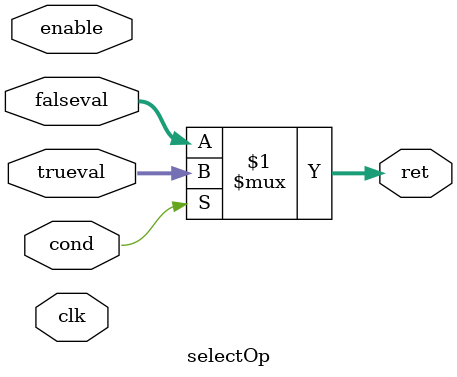
<source format=sv>


module selectOp #(
 parameter ParamOpCode = "none",
 parameter ParamBitWidth = 32
) (
  input  bit clk,
  input  bit enable,
  input  bit cond,
  input  bit [ParamBitWidth - 1 : 0] trueval,
  input  bit [ParamBitWidth - 1 : 0] falseval,
  output bit [ParamBitWidth - 1 : 0] ret
);


  assign ret = cond?trueval:falseval;
endmodule 

</source>
